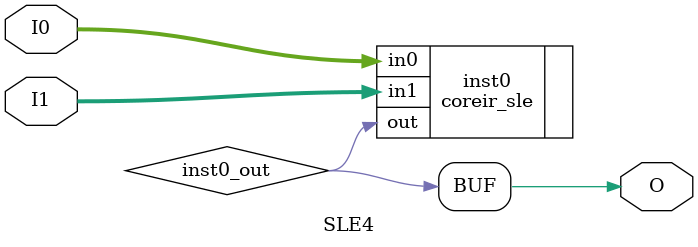
<source format=v>
module SLE4 (input [3:0] I0, input [3:0] I1, output  O);
wire  inst0_out;
coreir_sle inst0 (.in0(I0), .in1(I1), .out(inst0_out));
assign O = inst0_out;
endmodule


</source>
